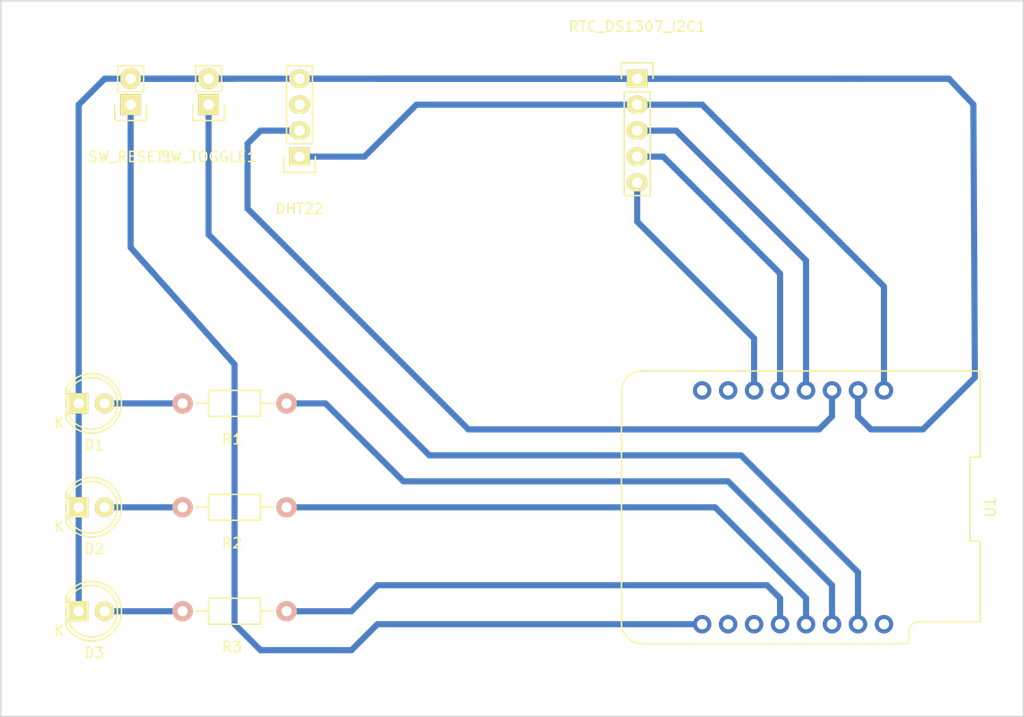
<source format=kicad_pcb>
(kicad_pcb (version 4) (host pcbnew 4.0.2+dfsg1-stable)

  (general
    (links 21)
    (no_connects 0)
    (area 12.624999 12.624999 112.775001 82.775001)
    (thickness 1.6)
    (drawings 4)
    (tracks 72)
    (zones 0)
    (modules 11)
    (nets 21)
  )

  (page A4)
  (layers
    (0 F.Cu signal)
    (31 B.Cu signal)
    (32 B.Adhes user)
    (33 F.Adhes user)
    (34 B.Paste user)
    (35 F.Paste user)
    (36 B.SilkS user)
    (37 F.SilkS user)
    (38 B.Mask user)
    (39 F.Mask user)
    (40 Dwgs.User user)
    (41 Cmts.User user)
    (42 Eco1.User user)
    (43 Eco2.User user)
    (44 Edge.Cuts user)
    (45 Margin user)
    (46 B.CrtYd user)
    (47 F.CrtYd user)
    (48 B.Fab user)
    (49 F.Fab user)
  )

  (setup
    (last_trace_width 0.6)
    (trace_clearance 0.3)
    (zone_clearance 0.508)
    (zone_45_only no)
    (trace_min 0.2)
    (segment_width 0.2)
    (edge_width 0.15)
    (via_size 1)
    (via_drill 0.6)
    (via_min_size 0.4)
    (via_min_drill 0.3)
    (uvia_size 0.8)
    (uvia_drill 0.5)
    (uvias_allowed no)
    (uvia_min_size 0.2)
    (uvia_min_drill 0.1)
    (pcb_text_width 0.3)
    (pcb_text_size 1.5 1.5)
    (mod_edge_width 0.15)
    (mod_text_size 1 1)
    (mod_text_width 0.15)
    (pad_size 1.8 2.2)
    (pad_drill 1.016)
    (pad_to_mask_clearance 0.2)
    (aux_axis_origin 0 0)
    (visible_elements FFFFFF7F)
    (pcbplotparams
      (layerselection 0x01000_80000000)
      (usegerberextensions false)
      (excludeedgelayer true)
      (linewidth 0.100000)
      (plotframeref false)
      (viasonmask false)
      (mode 1)
      (useauxorigin false)
      (hpglpennumber 1)
      (hpglpenspeed 20)
      (hpglpendiameter 15)
      (hpglpenoverlay 2)
      (psnegative false)
      (psa4output false)
      (plotreference true)
      (plotvalue true)
      (plotinvisibletext false)
      (padsonsilk false)
      (subtractmaskfromsilk false)
      (outputformat 1)
      (mirror false)
      (drillshape 0)
      (scaleselection 1)
      (outputdirectory /home/boris/Dokumenter/osaa/spaceapi/newmos/spacebutton/spacebutton-switch-print/))
  )

  (net 0 "")
  (net 1 "Net-(D1-Pad1)")
  (net 2 "Net-(D1-Pad2)")
  (net 3 "Net-(D2-Pad2)")
  (net 4 "Net-(D3-Pad2)")
  (net 5 "Net-(R1-Pad1)")
  (net 6 "Net-(R2-Pad1)")
  (net 7 "Net-(R3-Pad1)")
  (net 8 "Net-(U1-Pad16)")
  (net 9 "Net-(U1-Pad11)")
  (net 10 "Net-(U1-Pad10)")
  (net 11 "Net-(U1-Pad7)")
  (net 12 "Net-(U1-Pad8)")
  (net 13 "Net-(DHT22-Pad1)")
  (net 14 "Net-(DHT22-Pad2)")
  (net 15 "Net-(DHT22-Pad3)")
  (net 16 "Net-(RTC_DS1307_I2C1-Pad3)")
  (net 17 "Net-(SW_RESET1-Pad1)")
  (net 18 "Net-(SW_TOGGLE1-Pad1)")
  (net 19 "Net-(RTC_DS1307_I2C1-Pad4)")
  (net 20 "Net-(RTC_DS1307_I2C1-Pad5)")

  (net_class Default "This is the default net class."
    (clearance 0.3)
    (trace_width 0.6)
    (via_dia 1)
    (via_drill 0.6)
    (uvia_dia 0.8)
    (uvia_drill 0.5)
    (add_net "Net-(D1-Pad1)")
    (add_net "Net-(D1-Pad2)")
    (add_net "Net-(D2-Pad2)")
    (add_net "Net-(D3-Pad2)")
    (add_net "Net-(DHT22-Pad1)")
    (add_net "Net-(DHT22-Pad2)")
    (add_net "Net-(DHT22-Pad3)")
    (add_net "Net-(R1-Pad1)")
    (add_net "Net-(R2-Pad1)")
    (add_net "Net-(R3-Pad1)")
    (add_net "Net-(RTC_DS1307_I2C1-Pad3)")
    (add_net "Net-(RTC_DS1307_I2C1-Pad4)")
    (add_net "Net-(RTC_DS1307_I2C1-Pad5)")
    (add_net "Net-(SW_RESET1-Pad1)")
    (add_net "Net-(SW_TOGGLE1-Pad1)")
    (add_net "Net-(U1-Pad10)")
    (add_net "Net-(U1-Pad11)")
    (add_net "Net-(U1-Pad16)")
    (add_net "Net-(U1-Pad7)")
    (add_net "Net-(U1-Pad8)")
  )

  (module wemos-d1-mini:wemos-d1-mini-with-pin-header (layer F.Cu) (tedit 58B56635) (tstamp 5A904E8A)
    (at 90.17 62.23 180)
    (path /5A6A1AF3)
    (fp_text reference U1 (at -19.3 0 270) (layer F.SilkS)
      (effects (font (size 1 1) (thickness 0.15)))
    )
    (fp_text value WeMos_mini (at 0 0 180) (layer F.Fab)
      (effects (font (size 1 1) (thickness 0.15)))
    )
    (fp_line (start -18.3 13.33) (end 14.78 13.33) (layer F.SilkS) (width 0.15))
    (fp_line (start 16.78 11.33) (end 16.78 -11.33) (layer F.SilkS) (width 0.15))
    (fp_line (start 14.78 -13.33) (end -11.3 -13.33) (layer F.SilkS) (width 0.15))
    (fp_line (start -18.3 -11.18) (end -18.3 -3.32) (layer F.SilkS) (width 0.15))
    (fp_line (start -18.3 -3.32) (end -17.3 -3.32) (layer F.SilkS) (width 0.15))
    (fp_line (start -17.3 -3.32) (end -17.3 4.9) (layer F.SilkS) (width 0.15))
    (fp_line (start -17.3 4.9) (end -18.3 4.9) (layer F.SilkS) (width 0.15))
    (fp_line (start -18.3 4.9) (end -18.3 13.329999) (layer F.SilkS) (width 0.15))
    (fp_line (start -11.48 -13.5) (end 14.85 -13.5) (layer F.CrtYd) (width 0.05))
    (fp_line (start 16.94 -11.5) (end 16.94 11.5) (layer F.CrtYd) (width 0.05))
    (fp_line (start 14.94 13.5) (end -18.46 13.5) (layer F.CrtYd) (width 0.05))
    (fp_line (start -18.46 13.5) (end -18.46 -11.33) (layer F.CrtYd) (width 0.05))
    (fp_arc (start 14.78 -11.33) (end 14.78 -13.33) (angle 90) (layer F.SilkS) (width 0.15))
    (fp_arc (start 14.78 11.33) (end 16.78 11.33) (angle 90) (layer F.SilkS) (width 0.15))
    (fp_arc (start 14.94 11.5) (end 16.94 11.5) (angle 90) (layer F.CrtYd) (width 0.05))
    (fp_arc (start 14.94 -11.5) (end 14.85 -13.5) (angle 92.57657183) (layer F.CrtYd) (width 0.05))
    (fp_line (start -18.3 -11.18) (end -12.3 -11.18) (layer F.SilkS) (width 0.15))
    (fp_arc (start -12.3 -12.18) (end -11.3 -12.18) (angle 90) (layer F.SilkS) (width 0.15))
    (fp_line (start -11.3 -12.17) (end -11.3 -13.33) (layer F.SilkS) (width 0.15))
    (fp_line (start -11.3 -13.33) (end -11.3 -13.33) (layer F.SilkS) (width 0.15))
    (fp_line (start -11.48 -13.5) (end -11.48 -12.33) (layer F.CrtYd) (width 0.05))
    (fp_line (start -18.46 -11.33) (end -12.48 -11.33) (layer F.CrtYd) (width 0.05))
    (fp_arc (start -12.48 -12.33) (end -11.48 -12.33) (angle 90) (layer F.CrtYd) (width 0.05))
    (pad 16 thru_hole circle (at -8.89 -11.43 180) (size 1.8 1.8) (drill 1.016) (layers *.Cu *.Mask)
      (net 8 "Net-(U1-Pad16)"))
    (pad 1 thru_hole circle (at -8.89 11.43 180) (size 1.8 1.8) (drill 1.016) (layers *.Cu *.Mask)
      (net 13 "Net-(DHT22-Pad1)"))
    (pad 15 thru_hole circle (at -6.35 -11.43 180) (size 1.8 1.8) (drill 1.016) (layers *.Cu *.Mask)
      (net 18 "Net-(SW_TOGGLE1-Pad1)"))
    (pad 2 thru_hole circle (at -6.35 11.43 180) (size 1.8 1.8) (drill 1.016) (layers *.Cu *.Mask)
      (net 1 "Net-(D1-Pad1)"))
    (pad 14 thru_hole circle (at -3.81 -11.43 180) (size 1.8 1.8) (drill 1.016) (layers *.Cu *.Mask)
      (net 5 "Net-(R1-Pad1)"))
    (pad 3 thru_hole circle (at -3.81 11.43 180) (size 1.8 1.8) (drill 1.016) (layers *.Cu *.Mask)
      (net 14 "Net-(DHT22-Pad2)"))
    (pad 13 thru_hole circle (at -1.27 -11.43 180) (size 1.8 1.8) (drill 1.016) (layers *.Cu *.Mask)
      (net 6 "Net-(R2-Pad1)"))
    (pad 4 thru_hole circle (at -1.27 11.43 180) (size 1.8 1.8) (drill 1.016) (layers *.Cu *.Mask)
      (net 16 "Net-(RTC_DS1307_I2C1-Pad3)"))
    (pad 12 thru_hole circle (at 1.27 -11.43 180) (size 1.8 1.8) (drill 1.016) (layers *.Cu *.Mask)
      (net 7 "Net-(R3-Pad1)"))
    (pad 5 thru_hole circle (at 1.27 11.43 180) (size 1.8 1.8) (drill 1.016) (layers *.Cu *.Mask)
      (net 19 "Net-(RTC_DS1307_I2C1-Pad4)"))
    (pad 11 thru_hole circle (at 3.81 -11.43 180) (size 1.8 1.8) (drill 1.016) (layers *.Cu *.Mask)
      (net 9 "Net-(U1-Pad11)"))
    (pad 6 thru_hole circle (at 3.81 11.43 180) (size 1.8 1.8) (drill 1.016) (layers *.Cu *.Mask)
      (net 20 "Net-(RTC_DS1307_I2C1-Pad5)"))
    (pad 10 thru_hole circle (at 6.35 -11.43 180) (size 1.8 1.8) (drill 1.016) (layers *.Cu *.Mask)
      (net 10 "Net-(U1-Pad10)"))
    (pad 7 thru_hole circle (at 6.35 11.43 180) (size 1.8 1.8) (drill 1.016) (layers *.Cu *.Mask)
      (net 11 "Net-(U1-Pad7)"))
    (pad 9 thru_hole circle (at 8.89 -11.43 180) (size 1.8 1.8) (drill 1.016) (layers *.Cu *.Mask)
      (net 17 "Net-(SW_RESET1-Pad1)"))
    (pad 8 thru_hole circle (at 8.89 11.43 180) (size 1.8 1.8) (drill 1.016) (layers *.Cu *.Mask)
      (net 12 "Net-(U1-Pad8)"))
    (model ${KIPRJMOD}/3dshapes/wemos_d1_mini.3dshapes/d1_mini_shield.wrl
      (at (xyz -0.704724 -0.503937 0.200787))
      (scale (xyz 0.3937 0.3937 0.3937))
      (rotate (xyz 0 180 90))
    )
    (model ${KIPRJMOD}/3dshapes/wemos_d1_mini.3dshapes/TSW-108-05-G-S.wrl
      (at (xyz 0 -0.4488188976377953 0.1023622047244095))
      (scale (xyz 0.3937 0.3937 0.3937))
      (rotate (xyz 90 0 0))
    )
    (model ${KIPRJMOD}/3dshapes/wemos_d1_mini.3dshapes/TSW-108-05-G-S.wrl
      (at (xyz 0 0.4488188976377953 0.1023622047244095))
      (scale (xyz 0.3937 0.3937 0.3937))
      (rotate (xyz 90 0 0))
    )
  )

  (module LEDs:LED-5MM (layer F.Cu) (tedit 5A8F2DC3) (tstamp 5A904DCE)
    (at 20.32 52.07)
    (descr "LED 5mm round vertical")
    (tags "LED 5mm round vertical")
    (path /5A6A1F55)
    (fp_text reference D1 (at 1.524 4.064) (layer F.SilkS)
      (effects (font (size 1 1) (thickness 0.15)))
    )
    (fp_text value RED (at 1.524 -3.937) (layer F.Fab)
      (effects (font (size 1 1) (thickness 0.15)))
    )
    (fp_line (start -1.5 -1.55) (end -1.5 1.55) (layer F.CrtYd) (width 0.05))
    (fp_arc (start 1.3 0) (end -1.5 1.55) (angle -302) (layer F.CrtYd) (width 0.05))
    (fp_arc (start 1.27 0) (end -1.23 -1.5) (angle 297.5) (layer F.SilkS) (width 0.15))
    (fp_line (start -1.23 1.5) (end -1.23 -1.5) (layer F.SilkS) (width 0.15))
    (fp_circle (center 1.27 0) (end 0.97 -2.5) (layer F.SilkS) (width 0.15))
    (fp_text user K (at -1.905 1.905) (layer F.SilkS)
      (effects (font (size 1 1) (thickness 0.15)))
    )
    (pad 1 thru_hole rect (at 0 0 90) (size 2 1.9) (drill 1.00076) (layers *.Cu *.Mask F.SilkS)
      (net 1 "Net-(D1-Pad1)"))
    (pad 2 thru_hole circle (at 2.54 0) (size 1.9 1.9) (drill 1.00076) (layers *.Cu *.Mask F.SilkS)
      (net 2 "Net-(D1-Pad2)"))
    (model LEDs.3dshapes/LED-5MM.wrl
      (at (xyz 0.05 0 0))
      (scale (xyz 1 1 1))
      (rotate (xyz 0 0 90))
    )
  )

  (module LEDs:LED-5MM (layer F.Cu) (tedit 5A8F2DD1) (tstamp 5A904DDA)
    (at 20.32 62.23)
    (descr "LED 5mm round vertical")
    (tags "LED 5mm round vertical")
    (path /5A6A1FE1)
    (fp_text reference D2 (at 1.524 4.064) (layer F.SilkS)
      (effects (font (size 1 1) (thickness 0.15)))
    )
    (fp_text value YELLOW (at 1.524 -3.937) (layer F.Fab)
      (effects (font (size 1 1) (thickness 0.15)))
    )
    (fp_line (start -1.5 -1.55) (end -1.5 1.55) (layer F.CrtYd) (width 0.05))
    (fp_arc (start 1.3 0) (end -1.5 1.55) (angle -302) (layer F.CrtYd) (width 0.05))
    (fp_arc (start 1.27 0) (end -1.23 -1.5) (angle 297.5) (layer F.SilkS) (width 0.15))
    (fp_line (start -1.23 1.5) (end -1.23 -1.5) (layer F.SilkS) (width 0.15))
    (fp_circle (center 1.27 0) (end 0.97 -2.5) (layer F.SilkS) (width 0.15))
    (fp_text user K (at -1.905 1.905) (layer F.SilkS)
      (effects (font (size 1 1) (thickness 0.15)))
    )
    (pad 1 thru_hole rect (at 0 0 90) (size 2 1.9) (drill 1.00076) (layers *.Cu *.Mask F.SilkS)
      (net 1 "Net-(D1-Pad1)"))
    (pad 2 thru_hole circle (at 2.54 0) (size 1.9 1.9) (drill 1.00076) (layers *.Cu *.Mask F.SilkS)
      (net 3 "Net-(D2-Pad2)"))
    (model LEDs.3dshapes/LED-5MM.wrl
      (at (xyz 0.05 0 0))
      (scale (xyz 1 1 1))
      (rotate (xyz 0 0 90))
    )
  )

  (module LEDs:LED-5MM (layer F.Cu) (tedit 5A8F2DE0) (tstamp 5A904DE6)
    (at 20.32 72.39)
    (descr "LED 5mm round vertical")
    (tags "LED 5mm round vertical")
    (path /5A6A201F)
    (fp_text reference D3 (at 1.524 4.064) (layer F.SilkS)
      (effects (font (size 1 1) (thickness 0.15)))
    )
    (fp_text value GREEN (at 1.524 -3.937) (layer F.Fab)
      (effects (font (size 1 1) (thickness 0.15)))
    )
    (fp_line (start -1.5 -1.55) (end -1.5 1.55) (layer F.CrtYd) (width 0.05))
    (fp_arc (start 1.3 0) (end -1.5 1.55) (angle -302) (layer F.CrtYd) (width 0.05))
    (fp_arc (start 1.27 0) (end -1.23 -1.5) (angle 297.5) (layer F.SilkS) (width 0.15))
    (fp_line (start -1.23 1.5) (end -1.23 -1.5) (layer F.SilkS) (width 0.15))
    (fp_circle (center 1.27 0) (end 0.97 -2.5) (layer F.SilkS) (width 0.15))
    (fp_text user K (at -1.905 1.905) (layer F.SilkS)
      (effects (font (size 1 1) (thickness 0.15)))
    )
    (pad 1 thru_hole rect (at 0 0 90) (size 2 1.9) (drill 1.00076) (layers *.Cu *.Mask F.SilkS)
      (net 1 "Net-(D1-Pad1)"))
    (pad 2 thru_hole circle (at 2.54 0) (size 1.9 1.9) (drill 1.00076) (layers *.Cu *.Mask F.SilkS)
      (net 4 "Net-(D3-Pad2)"))
    (model LEDs.3dshapes/LED-5MM.wrl
      (at (xyz 0.05 0 0))
      (scale (xyz 1 1 1))
      (rotate (xyz 0 0 90))
    )
  )

  (module Pin_Headers:Pin_Header_Straight_1x04 (layer F.Cu) (tedit 0) (tstamp 5A904DF9)
    (at 41.91 27.94 180)
    (descr "Through hole pin header")
    (tags "pin header")
    (path /5A8F259F)
    (fp_text reference DHT22 (at 0 -5.1 180) (layer F.SilkS)
      (effects (font (size 1 1) (thickness 0.15)))
    )
    (fp_text value CONN_01X04 (at 0 -3.1 180) (layer F.Fab)
      (effects (font (size 1 1) (thickness 0.15)))
    )
    (fp_line (start -1.75 -1.75) (end -1.75 9.4) (layer F.CrtYd) (width 0.05))
    (fp_line (start 1.75 -1.75) (end 1.75 9.4) (layer F.CrtYd) (width 0.05))
    (fp_line (start -1.75 -1.75) (end 1.75 -1.75) (layer F.CrtYd) (width 0.05))
    (fp_line (start -1.75 9.4) (end 1.75 9.4) (layer F.CrtYd) (width 0.05))
    (fp_line (start -1.27 1.27) (end -1.27 8.89) (layer F.SilkS) (width 0.15))
    (fp_line (start 1.27 1.27) (end 1.27 8.89) (layer F.SilkS) (width 0.15))
    (fp_line (start 1.55 -1.55) (end 1.55 0) (layer F.SilkS) (width 0.15))
    (fp_line (start -1.27 8.89) (end 1.27 8.89) (layer F.SilkS) (width 0.15))
    (fp_line (start 1.27 1.27) (end -1.27 1.27) (layer F.SilkS) (width 0.15))
    (fp_line (start -1.55 0) (end -1.55 -1.55) (layer F.SilkS) (width 0.15))
    (fp_line (start -1.55 -1.55) (end 1.55 -1.55) (layer F.SilkS) (width 0.15))
    (pad 1 thru_hole rect (at 0 0 180) (size 2.032 1.7272) (drill 1.016) (layers *.Cu *.Mask F.SilkS)
      (net 13 "Net-(DHT22-Pad1)"))
    (pad 2 thru_hole oval (at 0 2.54 180) (size 2.032 1.7272) (drill 1.016) (layers *.Cu *.Mask F.SilkS)
      (net 14 "Net-(DHT22-Pad2)"))
    (pad 3 thru_hole oval (at 0 5.08 180) (size 2.032 1.7272) (drill 1.016) (layers *.Cu *.Mask F.SilkS)
      (net 15 "Net-(DHT22-Pad3)"))
    (pad 4 thru_hole oval (at 0 7.62 180) (size 2.032 1.7272) (drill 1.016) (layers *.Cu *.Mask F.SilkS)
      (net 1 "Net-(D1-Pad1)"))
    (model Pin_Headers.3dshapes/Pin_Header_Straight_1x04.wrl
      (at (xyz 0 -0.15 0))
      (scale (xyz 1 1 1))
      (rotate (xyz 0 0 90))
    )
  )

  (module Resistors_ThroughHole:Resistor_Horizontal_RM10mm (layer F.Cu) (tedit 56648415) (tstamp 5A904E09)
    (at 40.64 52.07 180)
    (descr "Resistor, Axial,  RM 10mm, 1/3W")
    (tags "Resistor Axial RM 10mm 1/3W")
    (path /5A6A1DD7)
    (fp_text reference R1 (at 5.32892 -3.50012 180) (layer F.SilkS)
      (effects (font (size 1 1) (thickness 0.15)))
    )
    (fp_text value R (at 5.08 3.81 180) (layer F.Fab)
      (effects (font (size 1 1) (thickness 0.15)))
    )
    (fp_line (start -1.25 -1.5) (end 11.4 -1.5) (layer F.CrtYd) (width 0.05))
    (fp_line (start -1.25 1.5) (end -1.25 -1.5) (layer F.CrtYd) (width 0.05))
    (fp_line (start 11.4 -1.5) (end 11.4 1.5) (layer F.CrtYd) (width 0.05))
    (fp_line (start -1.25 1.5) (end 11.4 1.5) (layer F.CrtYd) (width 0.05))
    (fp_line (start 2.54 -1.27) (end 7.62 -1.27) (layer F.SilkS) (width 0.15))
    (fp_line (start 7.62 -1.27) (end 7.62 1.27) (layer F.SilkS) (width 0.15))
    (fp_line (start 7.62 1.27) (end 2.54 1.27) (layer F.SilkS) (width 0.15))
    (fp_line (start 2.54 1.27) (end 2.54 -1.27) (layer F.SilkS) (width 0.15))
    (fp_line (start 2.54 0) (end 1.27 0) (layer F.SilkS) (width 0.15))
    (fp_line (start 7.62 0) (end 8.89 0) (layer F.SilkS) (width 0.15))
    (pad 1 thru_hole circle (at 0 0 180) (size 1.99898 1.99898) (drill 1.00076) (layers *.Cu *.SilkS *.Mask)
      (net 5 "Net-(R1-Pad1)"))
    (pad 2 thru_hole circle (at 10.16 0 180) (size 1.99898 1.99898) (drill 1.00076) (layers *.Cu *.SilkS *.Mask)
      (net 2 "Net-(D1-Pad2)"))
    (model Resistors_ThroughHole.3dshapes/Resistor_Horizontal_RM10mm.wrl
      (at (xyz 0 0 0))
      (scale (xyz 0.4 0.4 0.4))
      (rotate (xyz 0 0 0))
    )
  )

  (module Resistors_ThroughHole:Resistor_Horizontal_RM10mm (layer F.Cu) (tedit 56648415) (tstamp 5A904E19)
    (at 40.64 62.23 180)
    (descr "Resistor, Axial,  RM 10mm, 1/3W")
    (tags "Resistor Axial RM 10mm 1/3W")
    (path /5A6A1D97)
    (fp_text reference R2 (at 5.32892 -3.50012 180) (layer F.SilkS)
      (effects (font (size 1 1) (thickness 0.15)))
    )
    (fp_text value R (at 5.08 3.81 180) (layer F.Fab)
      (effects (font (size 1 1) (thickness 0.15)))
    )
    (fp_line (start -1.25 -1.5) (end 11.4 -1.5) (layer F.CrtYd) (width 0.05))
    (fp_line (start -1.25 1.5) (end -1.25 -1.5) (layer F.CrtYd) (width 0.05))
    (fp_line (start 11.4 -1.5) (end 11.4 1.5) (layer F.CrtYd) (width 0.05))
    (fp_line (start -1.25 1.5) (end 11.4 1.5) (layer F.CrtYd) (width 0.05))
    (fp_line (start 2.54 -1.27) (end 7.62 -1.27) (layer F.SilkS) (width 0.15))
    (fp_line (start 7.62 -1.27) (end 7.62 1.27) (layer F.SilkS) (width 0.15))
    (fp_line (start 7.62 1.27) (end 2.54 1.27) (layer F.SilkS) (width 0.15))
    (fp_line (start 2.54 1.27) (end 2.54 -1.27) (layer F.SilkS) (width 0.15))
    (fp_line (start 2.54 0) (end 1.27 0) (layer F.SilkS) (width 0.15))
    (fp_line (start 7.62 0) (end 8.89 0) (layer F.SilkS) (width 0.15))
    (pad 1 thru_hole circle (at 0 0 180) (size 1.99898 1.99898) (drill 1.00076) (layers *.Cu *.SilkS *.Mask)
      (net 6 "Net-(R2-Pad1)"))
    (pad 2 thru_hole circle (at 10.16 0 180) (size 1.99898 1.99898) (drill 1.00076) (layers *.Cu *.SilkS *.Mask)
      (net 3 "Net-(D2-Pad2)"))
    (model Resistors_ThroughHole.3dshapes/Resistor_Horizontal_RM10mm.wrl
      (at (xyz 0 0 0))
      (scale (xyz 0.4 0.4 0.4))
      (rotate (xyz 0 0 0))
    )
  )

  (module Resistors_ThroughHole:Resistor_Horizontal_RM10mm (layer F.Cu) (tedit 56648415) (tstamp 5A904E29)
    (at 40.64 72.39 180)
    (descr "Resistor, Axial,  RM 10mm, 1/3W")
    (tags "Resistor Axial RM 10mm 1/3W")
    (path /5A6A1CCA)
    (fp_text reference R3 (at 5.32892 -3.50012 180) (layer F.SilkS)
      (effects (font (size 1 1) (thickness 0.15)))
    )
    (fp_text value R (at 5.08 3.81 180) (layer F.Fab)
      (effects (font (size 1 1) (thickness 0.15)))
    )
    (fp_line (start -1.25 -1.5) (end 11.4 -1.5) (layer F.CrtYd) (width 0.05))
    (fp_line (start -1.25 1.5) (end -1.25 -1.5) (layer F.CrtYd) (width 0.05))
    (fp_line (start 11.4 -1.5) (end 11.4 1.5) (layer F.CrtYd) (width 0.05))
    (fp_line (start -1.25 1.5) (end 11.4 1.5) (layer F.CrtYd) (width 0.05))
    (fp_line (start 2.54 -1.27) (end 7.62 -1.27) (layer F.SilkS) (width 0.15))
    (fp_line (start 7.62 -1.27) (end 7.62 1.27) (layer F.SilkS) (width 0.15))
    (fp_line (start 7.62 1.27) (end 2.54 1.27) (layer F.SilkS) (width 0.15))
    (fp_line (start 2.54 1.27) (end 2.54 -1.27) (layer F.SilkS) (width 0.15))
    (fp_line (start 2.54 0) (end 1.27 0) (layer F.SilkS) (width 0.15))
    (fp_line (start 7.62 0) (end 8.89 0) (layer F.SilkS) (width 0.15))
    (pad 1 thru_hole circle (at 0 0 180) (size 1.99898 1.99898) (drill 1.00076) (layers *.Cu *.SilkS *.Mask)
      (net 7 "Net-(R3-Pad1)"))
    (pad 2 thru_hole circle (at 10.16 0 180) (size 1.99898 1.99898) (drill 1.00076) (layers *.Cu *.SilkS *.Mask)
      (net 4 "Net-(D3-Pad2)"))
    (model Resistors_ThroughHole.3dshapes/Resistor_Horizontal_RM10mm.wrl
      (at (xyz 0 0 0))
      (scale (xyz 0.4 0.4 0.4))
      (rotate (xyz 0 0 0))
    )
  )

  (module Pin_Headers:Pin_Header_Straight_1x05 (layer F.Cu) (tedit 54EA0684) (tstamp 5A904E3D)
    (at 74.93 20.32)
    (descr "Through hole pin header")
    (tags "pin header")
    (path /5A8F2226)
    (fp_text reference RTC_DS1307_I2C1 (at 0 -5.1) (layer F.SilkS)
      (effects (font (size 1 1) (thickness 0.15)))
    )
    (fp_text value CONN_01X05 (at 0 -3.1) (layer F.Fab)
      (effects (font (size 1 1) (thickness 0.15)))
    )
    (fp_line (start -1.55 0) (end -1.55 -1.55) (layer F.SilkS) (width 0.15))
    (fp_line (start -1.55 -1.55) (end 1.55 -1.55) (layer F.SilkS) (width 0.15))
    (fp_line (start 1.55 -1.55) (end 1.55 0) (layer F.SilkS) (width 0.15))
    (fp_line (start -1.75 -1.75) (end -1.75 11.95) (layer F.CrtYd) (width 0.05))
    (fp_line (start 1.75 -1.75) (end 1.75 11.95) (layer F.CrtYd) (width 0.05))
    (fp_line (start -1.75 -1.75) (end 1.75 -1.75) (layer F.CrtYd) (width 0.05))
    (fp_line (start -1.75 11.95) (end 1.75 11.95) (layer F.CrtYd) (width 0.05))
    (fp_line (start 1.27 1.27) (end 1.27 11.43) (layer F.SilkS) (width 0.15))
    (fp_line (start 1.27 11.43) (end -1.27 11.43) (layer F.SilkS) (width 0.15))
    (fp_line (start -1.27 11.43) (end -1.27 1.27) (layer F.SilkS) (width 0.15))
    (fp_line (start 1.27 1.27) (end -1.27 1.27) (layer F.SilkS) (width 0.15))
    (pad 1 thru_hole rect (at 0 0) (size 2.032 1.7272) (drill 1.016) (layers *.Cu *.Mask F.SilkS)
      (net 1 "Net-(D1-Pad1)"))
    (pad 2 thru_hole oval (at 0 2.54) (size 2.032 1.7272) (drill 1.016) (layers *.Cu *.Mask F.SilkS)
      (net 13 "Net-(DHT22-Pad1)"))
    (pad 3 thru_hole oval (at 0 5.08) (size 2.032 1.7272) (drill 1.016) (layers *.Cu *.Mask F.SilkS)
      (net 16 "Net-(RTC_DS1307_I2C1-Pad3)"))
    (pad 4 thru_hole oval (at 0 7.62) (size 2.032 1.7272) (drill 1.016) (layers *.Cu *.Mask F.SilkS)
      (net 19 "Net-(RTC_DS1307_I2C1-Pad4)"))
    (pad 5 thru_hole oval (at 0 10.16) (size 2.032 1.7272) (drill 1.016) (layers *.Cu *.Mask F.SilkS)
      (net 20 "Net-(RTC_DS1307_I2C1-Pad5)"))
    (model Pin_Headers.3dshapes/Pin_Header_Straight_1x05.wrl
      (at (xyz 0 -0.2 0))
      (scale (xyz 1 1 1))
      (rotate (xyz 0 0 90))
    )
  )

  (module Pin_Headers:Pin_Header_Straight_1x02 (layer F.Cu) (tedit 54EA090C) (tstamp 5A904E4E)
    (at 25.4 22.86 180)
    (descr "Through hole pin header")
    (tags "pin header")
    (path /5A8D928A)
    (fp_text reference SW_RESET1 (at 0 -5.1 180) (layer F.SilkS)
      (effects (font (size 1 1) (thickness 0.15)))
    )
    (fp_text value SW_PUSH (at 0 -3.1 180) (layer F.Fab)
      (effects (font (size 1 1) (thickness 0.15)))
    )
    (fp_line (start 1.27 1.27) (end 1.27 3.81) (layer F.SilkS) (width 0.15))
    (fp_line (start 1.55 -1.55) (end 1.55 0) (layer F.SilkS) (width 0.15))
    (fp_line (start -1.75 -1.75) (end -1.75 4.3) (layer F.CrtYd) (width 0.05))
    (fp_line (start 1.75 -1.75) (end 1.75 4.3) (layer F.CrtYd) (width 0.05))
    (fp_line (start -1.75 -1.75) (end 1.75 -1.75) (layer F.CrtYd) (width 0.05))
    (fp_line (start -1.75 4.3) (end 1.75 4.3) (layer F.CrtYd) (width 0.05))
    (fp_line (start 1.27 1.27) (end -1.27 1.27) (layer F.SilkS) (width 0.15))
    (fp_line (start -1.55 0) (end -1.55 -1.55) (layer F.SilkS) (width 0.15))
    (fp_line (start -1.55 -1.55) (end 1.55 -1.55) (layer F.SilkS) (width 0.15))
    (fp_line (start -1.27 1.27) (end -1.27 3.81) (layer F.SilkS) (width 0.15))
    (fp_line (start -1.27 3.81) (end 1.27 3.81) (layer F.SilkS) (width 0.15))
    (pad 1 thru_hole rect (at 0 0 180) (size 2.032 2.032) (drill 1.016) (layers *.Cu *.Mask F.SilkS)
      (net 17 "Net-(SW_RESET1-Pad1)"))
    (pad 2 thru_hole oval (at 0 2.54 180) (size 2.032 2.032) (drill 1.016) (layers *.Cu *.Mask F.SilkS)
      (net 1 "Net-(D1-Pad1)"))
    (model Pin_Headers.3dshapes/Pin_Header_Straight_1x02.wrl
      (at (xyz 0 -0.05 0))
      (scale (xyz 1 1 1))
      (rotate (xyz 0 0 90))
    )
  )

  (module Pin_Headers:Pin_Header_Straight_1x02 (layer F.Cu) (tedit 54EA090C) (tstamp 5A904E5F)
    (at 33.02 22.86 180)
    (descr "Through hole pin header")
    (tags "pin header")
    (path /5A6A2449)
    (fp_text reference SW_TOGGLE1 (at 0 -5.1 180) (layer F.SilkS)
      (effects (font (size 1 1) (thickness 0.15)))
    )
    (fp_text value SW_PUSH (at 0 -3.1 180) (layer F.Fab)
      (effects (font (size 1 1) (thickness 0.15)))
    )
    (fp_line (start 1.27 1.27) (end 1.27 3.81) (layer F.SilkS) (width 0.15))
    (fp_line (start 1.55 -1.55) (end 1.55 0) (layer F.SilkS) (width 0.15))
    (fp_line (start -1.75 -1.75) (end -1.75 4.3) (layer F.CrtYd) (width 0.05))
    (fp_line (start 1.75 -1.75) (end 1.75 4.3) (layer F.CrtYd) (width 0.05))
    (fp_line (start -1.75 -1.75) (end 1.75 -1.75) (layer F.CrtYd) (width 0.05))
    (fp_line (start -1.75 4.3) (end 1.75 4.3) (layer F.CrtYd) (width 0.05))
    (fp_line (start 1.27 1.27) (end -1.27 1.27) (layer F.SilkS) (width 0.15))
    (fp_line (start -1.55 0) (end -1.55 -1.55) (layer F.SilkS) (width 0.15))
    (fp_line (start -1.55 -1.55) (end 1.55 -1.55) (layer F.SilkS) (width 0.15))
    (fp_line (start -1.27 1.27) (end -1.27 3.81) (layer F.SilkS) (width 0.15))
    (fp_line (start -1.27 3.81) (end 1.27 3.81) (layer F.SilkS) (width 0.15))
    (pad 1 thru_hole rect (at 0 0 180) (size 2.032 2.032) (drill 1.016) (layers *.Cu *.Mask F.SilkS)
      (net 18 "Net-(SW_TOGGLE1-Pad1)"))
    (pad 2 thru_hole oval (at 0 2.54 180) (size 2.032 2.032) (drill 1.016) (layers *.Cu *.Mask F.SilkS)
      (net 1 "Net-(D1-Pad1)"))
    (model Pin_Headers.3dshapes/Pin_Header_Straight_1x02.wrl
      (at (xyz 0 -0.05 0))
      (scale (xyz 1 1 1))
      (rotate (xyz 0 0 90))
    )
  )

  (gr_line (start 12.7 82.7) (end 12.7 12.7) (angle 90) (layer Edge.Cuts) (width 0.15))
  (gr_line (start 112.7 82.7) (end 12.7 82.7) (angle 90) (layer Edge.Cuts) (width 0.15))
  (gr_line (start 112.7 12.7) (end 112.7 82.7) (angle 90) (layer Edge.Cuts) (width 0.15))
  (gr_line (start 12.7 12.7) (end 112.7 12.7) (angle 90) (layer Edge.Cuts) (width 0.15))

  (segment (start 25.4 20.32) (end 33.02 20.32) (width 0.6) (layer B.Cu) (net 1))
  (segment (start 74.93 20.32) (end 41.91 20.32) (width 0.6) (layer B.Cu) (net 1))
  (segment (start 74.93 20.32) (end 49.53 20.32) (width 0.6) (layer B.Cu) (net 1))
  (segment (start 95.25 20.32) (end 49.53 20.32) (width 0.6) (layer B.Cu) (net 1))
  (segment (start 25.4 20.32) (end 35.56 20.32) (width 0.6) (layer B.Cu) (net 1))
  (segment (start 95.25 20.32) (end 105.41 20.32) (width 0.6) (layer B.Cu) (net 1))
  (segment (start 96.52 20.32) (end 105.41 20.32) (width 0.6) (layer B.Cu) (net 1))
  (segment (start 58.42 20.32) (end 96.52 20.32) (width 0.6) (layer B.Cu) (net 1))
  (segment (start 96.52 53.34) (end 96.52 50.8) (width 0.6) (layer B.Cu) (net 1) (tstamp 5A95ED6A))
  (segment (start 97.79 54.61) (end 96.52 53.34) (width 0.6) (layer B.Cu) (net 1) (tstamp 5A95ED67))
  (segment (start 102.87 54.61) (end 97.79 54.61) (width 0.6) (layer B.Cu) (net 1) (tstamp 5A95ED61))
  (segment (start 107.95 49.53) (end 102.87 54.61) (width 0.6) (layer B.Cu) (net 1) (tstamp 5A95ED5B))
  (segment (start 107.799763 22.841972) (end 107.95 49.53) (width 0.6) (layer B.Cu) (net 1) (tstamp 5A95ED56))
  (segment (start 105.41 20.32) (end 107.799763 22.841972) (width 0.6) (layer B.Cu) (net 1) (tstamp 5A95ED50))
  (segment (start 25.4 20.32) (end 58.42 20.32) (width 0.6) (layer B.Cu) (net 1))
  (segment (start 20.32 52.07) (end 20.32 22.86) (width 0.6) (layer B.Cu) (net 1))
  (segment (start 22.86 20.32) (end 25.4 20.32) (width 0.6) (layer B.Cu) (net 1) (tstamp 5A95E470))
  (segment (start 20.32 22.86) (end 22.86 20.32) (width 0.6) (layer B.Cu) (net 1) (tstamp 5A95E46E))
  (segment (start 20.32 62.23) (end 20.32 72.39) (width 0.6) (layer B.Cu) (net 1))
  (segment (start 20.32 52.07) (end 20.32 62.23) (width 0.6) (layer B.Cu) (net 1))
  (segment (start 22.86 52.07) (end 30.48 52.07) (width 0.6) (layer B.Cu) (net 2))
  (segment (start 22.86 62.23) (end 30.48 62.23) (width 0.6) (layer B.Cu) (net 3))
  (segment (start 22.86 72.39) (end 30.48 72.39) (width 0.6) (layer B.Cu) (net 4))
  (segment (start 93.98 73.66) (end 93.98 69.85) (width 0.6) (layer B.Cu) (net 5))
  (segment (start 44.45 52.07) (end 40.64 52.07) (width 0.6) (layer B.Cu) (net 5) (tstamp 5A95EE8C))
  (segment (start 52.07 59.69) (end 44.45 52.07) (width 0.6) (layer B.Cu) (net 5) (tstamp 5A95EE86))
  (segment (start 83.82 59.69) (end 52.07 59.69) (width 0.6) (layer B.Cu) (net 5) (tstamp 5A95EE7C))
  (segment (start 93.98 69.85) (end 83.82 59.69) (width 0.6) (layer B.Cu) (net 5) (tstamp 5A95EE7B))
  (segment (start 91.44 73.66) (end 91.44 71.12) (width 0.6) (layer B.Cu) (net 6))
  (segment (start 82.55 62.23) (end 40.64 62.23) (width 0.6) (layer B.Cu) (net 6) (tstamp 5A95EE75))
  (segment (start 91.44 71.12) (end 82.55 62.23) (width 0.6) (layer B.Cu) (net 6) (tstamp 5A95EE6E))
  (segment (start 88.9 73.66) (end 88.9 71.12) (width 0.6) (layer B.Cu) (net 7))
  (segment (start 46.99 72.39) (end 40.64 72.39) (width 0.6) (layer B.Cu) (net 7) (tstamp 5A95EE61))
  (segment (start 49.53 69.85) (end 46.99 72.39) (width 0.6) (layer B.Cu) (net 7) (tstamp 5A95EE5D))
  (segment (start 87.63 69.85) (end 49.53 69.85) (width 0.6) (layer B.Cu) (net 7) (tstamp 5A95EE55))
  (segment (start 88.9 71.12) (end 87.63 69.85) (width 0.6) (layer B.Cu) (net 7) (tstamp 5A95EE52))
  (segment (start 74.93 22.86) (end 53.34 22.86) (width 0.6) (layer B.Cu) (net 13))
  (segment (start 48.26 27.94) (end 41.91 27.94) (width 0.6) (layer B.Cu) (net 13) (tstamp 5A95F213))
  (segment (start 53.34 22.86) (end 48.26 27.94) (width 0.6) (layer B.Cu) (net 13) (tstamp 5A95F20F))
  (segment (start 99.06 50.8) (end 99.06 40.64) (width 0.6) (layer B.Cu) (net 13))
  (segment (start 81.28 22.86) (end 74.93 22.86) (width 0.6) (layer B.Cu) (net 13) (tstamp 5A95F173))
  (segment (start 99.06 40.64) (end 81.28 22.86) (width 0.6) (layer B.Cu) (net 13) (tstamp 5A95F16D))
  (segment (start 93.98 50.8) (end 93.98 53.34) (width 0.6) (layer B.Cu) (net 14))
  (segment (start 38.1 25.4) (end 41.91 25.4) (width 0.6) (layer B.Cu) (net 14) (tstamp 5A95F238))
  (segment (start 36.83 26.67) (end 38.1 25.4) (width 0.6) (layer B.Cu) (net 14) (tstamp 5A95F236))
  (segment (start 36.83 33.02) (end 36.83 26.67) (width 0.6) (layer B.Cu) (net 14) (tstamp 5A95F22F))
  (segment (start 58.42 54.61) (end 36.83 33.02) (width 0.6) (layer B.Cu) (net 14) (tstamp 5A95F225))
  (segment (start 92.71 54.61) (end 58.42 54.61) (width 0.6) (layer B.Cu) (net 14) (tstamp 5A95F21E))
  (segment (start 93.98 53.34) (end 92.71 54.61) (width 0.6) (layer B.Cu) (net 14) (tstamp 5A95F21C))
  (segment (start 91.44 50.8) (end 91.44 38.1) (width 0.6) (layer B.Cu) (net 16))
  (segment (start 78.74 25.4) (end 74.93 25.4) (width 0.6) (layer B.Cu) (net 16) (tstamp 5A95F17B))
  (segment (start 91.44 38.1) (end 78.74 25.4) (width 0.6) (layer B.Cu) (net 16) (tstamp 5A95F177))
  (segment (start 81.28 73.66) (end 49.53 73.66) (width 0.6) (layer B.Cu) (net 17))
  (segment (start 25.4 36.83) (end 25.4 22.86) (width 0.6) (layer B.Cu) (net 17) (tstamp 5A95EEAD))
  (segment (start 35.56 48.26) (end 25.4 36.83) (width 0.6) (layer B.Cu) (net 17) (tstamp 5A95EEAA))
  (segment (start 35.56 73.66) (end 35.56 48.26) (width 0.6) (layer B.Cu) (net 17) (tstamp 5A95EE9F))
  (segment (start 38.1 76.2) (end 35.56 73.66) (width 0.6) (layer B.Cu) (net 17) (tstamp 5A95EE9B))
  (segment (start 46.99 76.2) (end 38.1 76.2) (width 0.6) (layer B.Cu) (net 17) (tstamp 5A95EE98))
  (segment (start 49.53 73.66) (end 46.99 76.2) (width 0.6) (layer B.Cu) (net 17) (tstamp 5A95EE93))
  (segment (start 96.52 73.66) (end 96.52 68.58) (width 0.6) (layer B.Cu) (net 18))
  (segment (start 33.02 35.56) (end 33.02 22.86) (width 0.6) (layer B.Cu) (net 18) (tstamp 5A95EEC5))
  (segment (start 41.91 44.45) (end 33.02 35.56) (width 0.6) (layer B.Cu) (net 18) (tstamp 5A95EEC3))
  (segment (start 41.91 44.45) (end 41.91 44.45) (width 0.6) (layer B.Cu) (net 18) (tstamp 5A95EEBF))
  (segment (start 54.61 57.15) (end 41.91 44.45) (width 0.6) (layer B.Cu) (net 18) (tstamp 5A95EEB9))
  (segment (start 85.09 57.15) (end 54.61 57.15) (width 0.6) (layer B.Cu) (net 18) (tstamp 5A95EEB6))
  (segment (start 96.52 68.58) (end 85.09 57.15) (width 0.6) (layer B.Cu) (net 18) (tstamp 5A95EEB3))
  (segment (start 88.9 50.8) (end 88.9 39.37) (width 0.6) (layer B.Cu) (net 19))
  (segment (start 77.47 27.94) (end 74.93 27.94) (width 0.6) (layer B.Cu) (net 19) (tstamp 5A95F183))
  (segment (start 88.9 39.37) (end 77.47 27.94) (width 0.6) (layer B.Cu) (net 19) (tstamp 5A95F17F))
  (segment (start 86.36 50.8) (end 86.36 45.72) (width 0.6) (layer B.Cu) (net 20))
  (segment (start 74.93 34.29) (end 74.93 30.48) (width 0.6) (layer B.Cu) (net 20) (tstamp 5A95F18F))
  (segment (start 86.36 45.72) (end 74.93 34.29) (width 0.6) (layer B.Cu) (net 20) (tstamp 5A95F18B))

)

</source>
